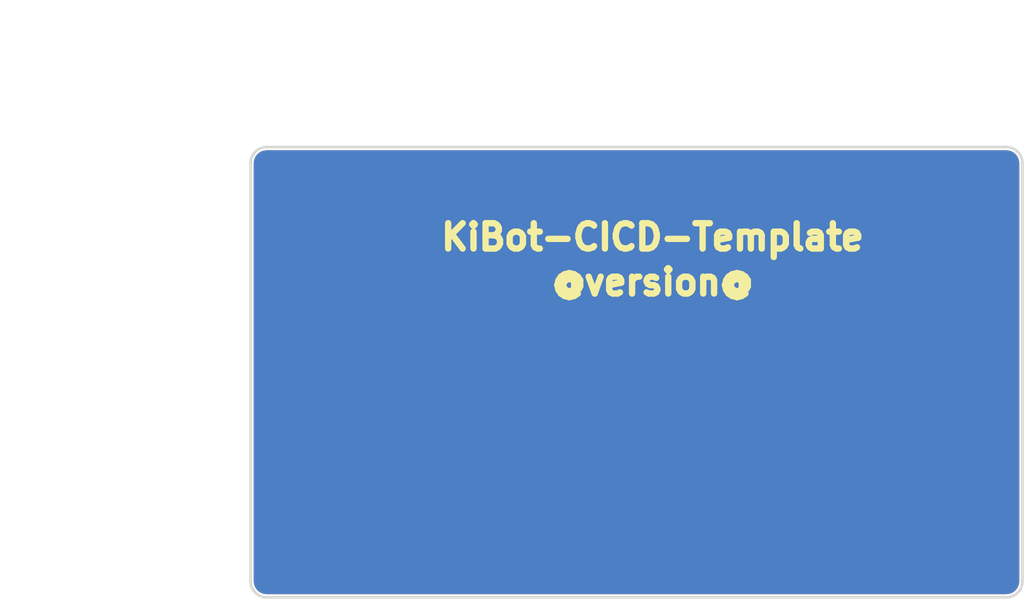
<source format=kicad_pcb>
(kicad_pcb (version 20211014) (generator pcbnew)

  (general
    (thickness 0.8)
  )

  (paper "A4")
  (title_block
    (title "KiBot-CICD-Template")
    (date "@date@")
    (rev "@version@")
    (company "nerdyscout")
    (comment 4 "CERN Open Hardware Licence v2.0")
  )

  (layers
    (0 "F.Cu" mixed)
    (1 "In1.Cu" signal)
    (2 "In2.Cu" signal)
    (31 "B.Cu" mixed)
    (32 "B.Adhes" user "B.Adhesive")
    (33 "F.Adhes" user "F.Adhesive")
    (34 "B.Paste" user)
    (35 "F.Paste" user)
    (36 "B.SilkS" user "B.Silkscreen")
    (37 "F.SilkS" user "F.Silkscreen")
    (38 "B.Mask" user)
    (39 "F.Mask" user)
    (40 "Dwgs.User" user "User.Drawings")
    (41 "Cmts.User" user "User.Comments")
    (42 "Eco1.User" user "User.Eco1")
    (43 "Eco2.User" user "User.Eco2")
    (44 "Edge.Cuts" user)
    (45 "Margin" user)
    (46 "B.CrtYd" user "B.Courtyard")
    (47 "F.CrtYd" user "F.Courtyard")
    (48 "B.Fab" user)
    (49 "F.Fab" user)
  )

  (setup
    (pad_to_mask_clearance 0)
    (aux_axis_origin 137.16 104.14)
    (grid_origin 137.16 104.14)
    (pcbplotparams
      (layerselection 0x00010fc_ffffffff)
      (disableapertmacros false)
      (usegerberextensions false)
      (usegerberattributes false)
      (usegerberadvancedattributes false)
      (creategerberjobfile false)
      (svguseinch false)
      (svgprecision 6)
      (excludeedgelayer true)
      (plotframeref false)
      (viasonmask false)
      (mode 1)
      (useauxorigin false)
      (hpglpennumber 1)
      (hpglpenspeed 20)
      (hpglpendiameter 15.000000)
      (dxfpolygonmode true)
      (dxfimperialunits true)
      (dxfusepcbnewfont true)
      (psnegative false)
      (psa4output false)
      (plotreference true)
      (plotvalue true)
      (plotinvisibletext false)
      (sketchpadsonfab false)
      (subtractmaskfromsilk false)
      (outputformat 1)
      (mirror false)
      (drillshape 0)
      (scaleselection 1)
      (outputdirectory "gerbers")
    )
  )

  (net 0 "")

  (gr_arc (start 137.794999 104.139999) (mid 137.609012 104.589012) (end 137.159999 104.774999) (layer "Edge.Cuts") (width 0.1) (tstamp 00000000-0000-0000-0000-00005e4043c3))
  (gr_arc (start 137.159999 86.994999) (mid 137.609012 87.180986) (end 137.794999 87.629999) (layer "Edge.Cuts") (width 0.1) (tstamp 00000000-0000-0000-0000-00005e4043c6))
  (gr_arc (start 107.314999 87.629999) (mid 107.500986 87.180986) (end 107.949999 86.994999) (layer "Edge.Cuts") (width 0.1) (tstamp 00000000-0000-0000-0000-00005e4043c9))
  (gr_line (start 137.794999 104.139999) (end 137.794999 87.629999) (layer "Edge.Cuts") (width 0.1) (tstamp 00000000-0000-0000-0000-00005e4046f6))
  (gr_line (start 107.314999 87.629999) (end 107.314999 104.139999) (layer "Edge.Cuts") (width 0.1) (tstamp 00000000-0000-0000-0000-00005e404768))
  (gr_arc (start 107.949999 104.774999) (mid 107.500986 104.589012) (end 107.314999 104.139999) (layer "Edge.Cuts") (width 0.1) (tstamp 00000000-0000-0000-0000-00005e4048f9))
  (gr_line (start 137.159999 104.774999) (end 107.949999 104.774999) (layer "Edge.Cuts") (width 0.1) (tstamp 00000000-0000-0000-0000-00005e750007))
  (gr_line (start 107.949999 86.994999) (end 137.159999 86.994999) (layer "Edge.Cuts") (width 0.1) (tstamp 00000000-0000-0000-0000-00005e750586))
  (gr_text "@version@" (at 123.189999 92.328999) (layer "F.SilkS") (tstamp 00000000-0000-0000-0000-0000604c9ab3)
    (effects (font (size 1 1) (thickness 0.25)))
  )
  (gr_text "KiBot-CICD-Template" (at 123.189999 90.550999) (layer "F.SilkS") (tstamp 00000000-0000-0000-0000-000061a68596)
    (effects (font (size 1 1) (thickness 0.25)))
  )
  (dimension (type aligned) (layer "Dwgs.User") (tstamp 97fe2a5c-4eee-4c7a-9c43-47749b396494)
    (pts (xy 108.584999 86.994999) (xy 108.584999 104.774999))
    (height 5.08)
    (gr_text "17.7800 mm" (at 102.354999 95.884999 90) (layer "Dwgs.User") (tstamp 97fe2a5c-4eee-4c7a-9c43-47749b396494)
      (effects (font (size 1 1) (thickness 0.15)))
    )
    (format (units 2) (units_format 1) (precision 4))
    (style (thickness 0.15) (arrow_length 1.27) (text_position_mode 0) (extension_height 0.58642) (extension_offset 0) keep_text_aligned)
  )
  (dimension (type aligned) (layer "Dwgs.User") (tstamp c3c499b1-9227-4e4b-9982-f9f1aa6203b9)
    (pts (xy 107.314999 88.264999) (xy 137.794999 88.264999))
    (height -5.08)
    (gr_text "30.4800 mm" (at 122.554999 82.034999) (layer "Dwgs.User") (tstamp c3c499b1-9227-4e4b-9982-f9f1aa6203b9)
      (effects (font (size 1 1) (thickness 0.15)))
    )
    (format (units 2) (units_format 1) (precision 4))
    (style (thickness 0.15) (arrow_length 1.27) (text_position_mode 0) (extension_height 0.58642) (extension_offset 0) keep_text_aligned)
  )

  (zone (net 0) (net_name "") (layer "F.Cu") (tstamp 00000000-0000-0000-0000-0000604fd022) (hatch edge 0.508)
    (connect_pads (clearance 0.125))
    (min_thickness 0.125) (filled_areas_thickness no)
    (fill yes (thermal_gap 0.2) (thermal_bridge_width 0.3))
    (polygon
      (pts
        (xy 107.314999 86.994999)
        (xy 107.314999 104.774999)
        (xy 137.794999 104.774999)
        (xy 137.794999 86.994999)
      )
    )
    (filled_polygon
      (layer "F.Cu")
      (island)
      (pts
        (xy 137.151362 87.122095)
        (xy 137.152176 87.122313)
        (xy 137.152177 87.122313)
        (xy 137.159999 87.124409)
        (xy 137.16782 87.122313)
        (xy 137.175919 87.122313)
        (xy 137.175919 87.123152)
        (xy 137.18315 87.122607)
        (xy 137.260062 87.131274)
        (xy 137.266598 87.13201)
        (xy 137.280024 87.135074)
        (xy 137.374738 87.168216)
        (xy 137.387146 87.174191)
        (xy 137.472113 87.227579)
        (xy 137.48288 87.236166)
        (xy 137.553832 87.307118)
        (xy 137.562419 87.317885)
        (xy 137.615807 87.402852)
        (xy 137.621782 87.41526)
        (xy 137.654924 87.509974)
        (xy 137.657988 87.5234)
        (xy 137.667391 87.606847)
        (xy 137.666846 87.614079)
        (xy 137.667685 87.614079)
        (xy 137.667685 87.622178)
        (xy 137.665589 87.629999)
        (xy 137.667685 87.637821)
        (xy 137.667685 87.637822)
        (xy 137.667903 87.638636)
        (xy 137.669999 87.654553)
        (xy 137.669999 104.115445)
        (xy 137.667903 104.131362)
        (xy 137.665589 104.139999)
        (xy 137.667685 104.14782)
        (xy 137.667685 104.155919)
        (xy 137.666846 104.155919)
        (xy 137.667391 104.163151)
        (xy 137.657988 104.246598)
        (xy 137.654924 104.260024)
        (xy 137.621782 104.354738)
        (xy 137.615807 104.367146)
        (xy 137.562419 104.452113)
        (xy 137.553832 104.46288)
        (xy 137.48288 104.533832)
        (xy 137.472113 104.542419)
        (xy 137.387146 104.595807)
        (xy 137.374738 104.601782)
        (xy 137.280024 104.634924)
        (xy 137.266598 104.637988)
        (xy 137.18315 104.647391)
        (xy 137.175919 104.646846)
        (xy 137.175919 104.647685)
        (xy 137.16782 104.647685)
        (xy 137.159999 104.645589)
        (xy 137.152177 104.647685)
        (xy 137.152176 104.647685)
        (xy 137.151362 104.647903)
        (xy 137.135445 104.649999)
        (xy 107.974553 104.649999)
        (xy 107.958636 104.647903)
        (xy 107.957822 104.647685)
        (xy 107.957821 104.647685)
        (xy 107.949999 104.645589)
        (xy 107.942178 104.647685)
        (xy 107.934079 104.647685)
        (xy 107.934079 104.646846)
        (xy 107.926848 104.647391)
        (xy 107.8434 104.637988)
        (xy 107.829974 104.634924)
        (xy 107.73526 104.601782)
        (xy 107.722852 104.595807)
        (xy 107.637885 104.542419)
        (xy 107.627118 104.533832)
        (xy 107.556166 104.46288)
        (xy 107.547579 104.452113)
        (xy 107.494191 104.367146)
        (xy 107.488216 104.354738)
        (xy 107.455074 104.260024)
        (xy 107.45201 104.246598)
        (xy 107.442607 104.163151)
        (xy 107.443152 104.155919)
        (xy 107.442313 104.155919)
        (xy 107.442313 104.14782)
        (xy 107.444409 104.139999)
        (xy 107.442095 104.131362)
        (xy 107.439999 104.115445)
        (xy 107.439999 87.654553)
        (xy 107.442095 87.638636)
        (xy 107.442313 87.637822)
        (xy 107.442313 87.637821)
        (xy 107.444409 87.629999)
        (xy 107.442313 87.622178)
        (xy 107.442313 87.614079)
        (xy 107.443152 87.614079)
        (xy 107.442607 87.606847)
        (xy 107.45201 87.5234)
        (xy 107.455074 87.509974)
        (xy 107.488216 87.41526)
        (xy 107.494191 87.402852)
        (xy 107.547579 87.317885)
        (xy 107.556166 87.307118)
        (xy 107.627118 87.236166)
        (xy 107.637885 87.227579)
        (xy 107.722852 87.174191)
        (xy 107.73526 87.168216)
        (xy 107.829974 87.135074)
        (xy 107.8434 87.13201)
        (xy 107.849936 87.131274)
        (xy 107.926848 87.122607)
        (xy 107.934079 87.123152)
        (xy 107.934079 87.122313)
        (xy 107.942178 87.122313)
        (xy 107.949999 87.124409)
        (xy 107.957821 87.122313)
        (xy 107.957822 87.122313)
        (xy 107.958636 87.122095)
        (xy 107.974553 87.119999)
        (xy 137.135445 87.119999)
      )
    )
  )
  (zone (net 0) (net_name "") (layer "In1.Cu") (tstamp 443bc73a-8dc0-4e2f-a292-a5eff00efa5b) (hatch edge 0.508)
    (connect_pads (clearance 0.125))
    (min_thickness 0.254) (filled_areas_thickness no)
    (fill yes (thermal_gap 0.508) (thermal_bridge_width 0.508))
    (polygon
      (pts
        (xy 107.314999 86.994999)
        (xy 137.794999 86.994999)
        (xy 137.794999 104.774999)
        (xy 107.314999 104.774999)
      )
    )
    (filled_polygon
      (layer "In1.Cu")
      (island)
      (pts
        (xy 137.127835 87.120115)
        (xy 137.143974 87.120115)
        (xy 137.159999 87.124409)
        (xy 137.16635 87.122707)
        (xy 137.171265 87.12415)
        (xy 137.171586 87.121304)
        (xy 137.196843 87.12415)
        (xy 137.259381 87.131197)
        (xy 137.286887 87.137476)
        (xy 137.367879 87.165816)
        (xy 137.3933 87.178058)
        (xy 137.46596 87.223713)
        (xy 137.488019 87.241305)
        (xy 137.548693 87.301979)
        (xy 137.566285 87.324038)
        (xy 137.61194 87.396698)
        (xy 137.624182 87.422119)
        (xy 137.652522 87.503111)
        (xy 137.658801 87.530617)
        (xy 137.668694 87.618412)
        (xy 137.666063 87.618708)
        (xy 137.667361 87.623387)
        (xy 137.665589 87.629999)
        (xy 137.669883 87.646024)
        (xy 137.669883 87.662163)
        (xy 137.669999 87.663044)
        (xy 137.669999 104.106954)
        (xy 137.669883 104.107835)
        (xy 137.669883 104.123974)
        (xy 137.665589 104.139999)
        (xy 137.667291 104.14635)
        (xy 137.665848 104.151265)
        (xy 137.668694 104.151586)
        (xy 137.658801 104.239381)
        (xy 137.652522 104.266887)
        (xy 137.624182 104.347879)
        (xy 137.61194 104.3733)
        (xy 137.566285 104.44596)
        (xy 137.548693 104.468019)
        (xy 137.488019 104.528693)
        (xy 137.46596 104.546285)
        (xy 137.3933 104.59194)
        (xy 137.367879 104.604182)
        (xy 137.286887 104.632522)
        (xy 137.259381 104.638801)
        (xy 137.200797 104.645402)
        (xy 137.171586 104.648694)
        (xy 137.17129 104.646063)
        (xy 137.166611 104.647361)
        (xy 137.159999 104.645589)
        (xy 137.143974 104.649883)
        (xy 137.127835 104.649883)
        (xy 137.126954 104.649999)
        (xy 107.983044 104.649999)
        (xy 107.982163 104.649883)
        (xy 107.966024 104.649883)
        (xy 107.949999 104.645589)
        (xy 107.943648 104.647291)
        (xy 107.938733 104.645848)
        (xy 107.938412 104.648694)
        (xy 107.909201 104.645402)
        (xy 107.850617 104.638801)
        (xy 107.823111 104.632522)
        (xy 107.742119 104.604182)
        (xy 107.716698 104.59194)
        (xy 107.644038 104.546285)
        (xy 107.621979 104.528693)
        (xy 107.561305 104.468019)
        (xy 107.543713 104.44596)
        (xy 107.498058 104.3733)
        (xy 107.485816 104.347879)
        (xy 107.457476 104.266887)
        (xy 107.451197 104.239381)
        (xy 107.441304 104.151586)
        (xy 107.443935 104.15129)
        (xy 107.442637 104.146611)
        (xy 107.444409 104.139999)
        (xy 107.440115 104.123974)
        (xy 107.440115 104.107835)
        (xy 107.439999 104.106954)
        (xy 107.439999 87.663044)
        (xy 107.440115 87.662163)
        (xy 107.440115 87.646024)
        (xy 107.444409 87.629999)
        (xy 107.442707 87.623648)
        (xy 107.44415 87.618733)
        (xy 107.441304 87.618412)
        (xy 107.451197 87.530617)
        (xy 107.457476 87.503111)
        (xy 107.485816 87.422119)
        (xy 107.498058 87.396698)
        (xy 107.543713 87.324038)
        (xy 107.561305 87.301979)
        (xy 107.621979 87.241305)
        (xy 107.644038 87.223713)
        (xy 107.716698 87.178058)
        (xy 107.742119 87.165816)
        (xy 107.823111 87.137476)
        (xy 107.850617 87.131197)
        (xy 107.913155 87.12415)
        (xy 107.938412 87.121304)
        (xy 107.938708 87.123935)
        (xy 107.943387 87.122637)
        (xy 107.949999 87.124409)
        (xy 107.966024 87.120115)
        (xy 107.982163 87.120115)
        (xy 107.983044 87.119999)
        (xy 137.126954 87.119999)
      )
    )
  )
  (zone (net 0) (net_name "") (layer "In2.Cu") (tstamp a25b7e01-1754-4cc9-8a14-3d9c461e5af5) (hatch edge 0.508)
    (connect_pads (clearance 0.125))
    (min_thickness 0.254) (filled_areas_thickness no)
    (fill yes (thermal_gap 0.508) (thermal_bridge_width 0.508))
    (polygon
      (pts
        (xy 107.314999 86.994999)
        (xy 137.794999 86.994999)
        (xy 137.794999 104.774999)
        (xy 107.314999 104.774999)
      )
    )
    (filled_polygon
      (layer "In2.Cu")
      (island)
      (pts
        (xy 137.127835 87.120115)
        (xy 137.143974 87.120115)
        (xy 137.159999 87.124409)
        (xy 137.16635 87.122707)
        (xy 137.171265 87.12415)
        (xy 137.171586 87.121304)
        (xy 137.196843 87.12415)
        (xy 137.259381 87.131197)
        (xy 137.286887 87.137476)
        (xy 137.367879 87.165816)
        (xy 137.3933 87.178058)
        (xy 137.46596 87.223713)
        (xy 137.488019 87.241305)
        (xy 137.548693 87.301979)
        (xy 137.566285 87.324038)
        (xy 137.61194 87.396698)
        (xy 137.624182 87.422119)
        (xy 137.652522 87.503111)
        (xy 137.658801 87.530617)
        (xy 137.668694 87.618412)
        (xy 137.666063 87.618708)
        (xy 137.667361 87.623387)
        (xy 137.665589 87.629999)
        (xy 137.669883 87.646024)
        (xy 137.669883 87.662163)
        (xy 137.669999 87.663044)
        (xy 137.669999 104.106954)
        (xy 137.669883 104.107835)
        (xy 137.669883 104.123974)
        (xy 137.665589 104.139999)
        (xy 137.667291 104.14635)
        (xy 137.665848 104.151265)
        (xy 137.668694 104.151586)
        (xy 137.658801 104.239381)
        (xy 137.652522 104.266887)
        (xy 137.624182 104.347879)
        (xy 137.61194 104.3733)
        (xy 137.566285 104.44596)
        (xy 137.548693 104.468019)
        (xy 137.488019 104.528693)
        (xy 137.46596 104.546285)
        (xy 137.3933 104.59194)
        (xy 137.367879 104.604182)
        (xy 137.286887 104.632522)
        (xy 137.259381 104.638801)
        (xy 137.200797 104.645402)
        (xy 137.171586 104.648694)
        (xy 137.17129 104.646063)
        (xy 137.166611 104.647361)
        (xy 137.159999 104.645589)
        (xy 137.143974 104.649883)
        (xy 137.127835 104.649883)
        (xy 137.126954 104.649999)
        (xy 107.983044 104.649999)
        (xy 107.982163 104.649883)
        (xy 107.966024 104.649883)
        (xy 107.949999 104.645589)
        (xy 107.943648 104.647291)
        (xy 107.938733 104.645848)
        (xy 107.938412 104.648694)
        (xy 107.909201 104.645402)
        (xy 107.850617 104.638801)
        (xy 107.823111 104.632522)
        (xy 107.742119 104.604182)
        (xy 107.716698 104.59194)
        (xy 107.644038 104.546285)
        (xy 107.621979 104.528693)
        (xy 107.561305 104.468019)
        (xy 107.543713 104.44596)
        (xy 107.498058 104.3733)
        (xy 107.485816 104.347879)
        (xy 107.457476 104.266887)
        (xy 107.451197 104.239381)
        (xy 107.441304 104.151586)
        (xy 107.443935 104.15129)
        (xy 107.442637 104.146611)
        (xy 107.444409 104.139999)
        (xy 107.440115 104.123974)
        (xy 107.440115 104.107835)
        (xy 107.439999 104.106954)
        (xy 107.439999 87.663044)
        (xy 107.440115 87.662163)
        (xy 107.440115 87.646024)
        (xy 107.444409 87.629999)
        (xy 107.442707 87.623648)
        (xy 107.44415 87.618733)
        (xy 107.441304 87.618412)
        (xy 107.451197 87.530617)
        (xy 107.457476 87.503111)
        (xy 107.485816 87.422119)
        (xy 107.498058 87.396698)
        (xy 107.543713 87.324038)
        (xy 107.561305 87.301979)
        (xy 107.621979 87.241305)
        (xy 107.644038 87.223713)
        (xy 107.716698 87.178058)
        (xy 107.742119 87.165816)
        (xy 107.823111 87.137476)
        (xy 107.850617 87.131197)
        (xy 107.913155 87.12415)
        (xy 107.938412 87.121304)
        (xy 107.938708 87.123935)
        (xy 107.943387 87.122637)
        (xy 107.949999 87.124409)
        (xy 107.966024 87.120115)
        (xy 107.982163 87.120115)
        (xy 107.983044 87.119999)
        (xy 137.126954 87.119999)
      )
    )
  )
  (zone (net 0) (net_name "") (layer "B.Cu") (tstamp 00000000-0000-0000-0000-0000604fd025) (hatch edge 0.508)
    (connect_pads (clearance 0.125))
    (min_thickness 0.125) (filled_areas_thickness no)
    (fill yes (thermal_gap 0.2) (thermal_bridge_width 0.3))
    (polygon
      (pts
        (xy 107.314999 86.994999)
        (xy 107.314999 104.774999)
        (xy 137.794999 104.774999)
        (xy 137.794999 86.994999)
      )
    )
    (filled_polygon
      (layer "B.Cu")
      (island)
      (pts
        (xy 137.151362 87.122095)
        (xy 137.152176 87.122313)
        (xy 137.152177 87.122313)
        (xy 137.159999 87.124409)
        (xy 137.16782 87.122313)
        (xy 137.175919 87.122313)
        (xy 137.175919 87.123152)
        (xy 137.18315 87.122607)
        (xy 137.260062 87.131274)
        (xy 137.266598 87.13201)
        (xy 137.280024 87.135074)
        (xy 137.374738 87.168216)
        (xy 137.387146 87.174191)
        (xy 137.472113 87.227579)
        (xy 137.48288 87.236166)
        (xy 137.553832 87.307118)
        (xy 137.562419 87.317885)
        (xy 137.615807 87.402852)
        (xy 137.621782 87.41526)
        (xy 137.654924 87.509974)
        (xy 137.657988 87.5234)
        (xy 137.667391 87.606847)
        (xy 137.666846 87.614079)
        (xy 137.667685 87.614079)
        (xy 137.667685 87.622178)
        (xy 137.665589 87.629999)
        (xy 137.667685 87.637821)
        (xy 137.667685 87.637822)
        (xy 137.667903 87.638636)
        (xy 137.669999 87.654553)
        (xy 137.669999 104.115445)
        (xy 137.667903 104.131362)
        (xy 137.665589 104.139999)
        (xy 137.667685 104.14782)
        (xy 137.667685 104.155919)
        (xy 137.666846 104.155919)
        (xy 137.667391 104.163151)
        (xy 137.657988 104.246598)
        (xy 137.654924 104.260024)
        (xy 137.621782 104.354738)
        (xy 137.615807 104.367146)
        (xy 137.562419 104.452113)
        (xy 137.553832 104.46288)
        (xy 137.48288 104.533832)
        (xy 137.472113 104.542419)
        (xy 137.387146 104.595807)
        (xy 137.374738 104.601782)
        (xy 137.280024 104.634924)
        (xy 137.266598 104.637988)
        (xy 137.18315 104.647391)
        (xy 137.175919 104.646846)
        (xy 137.175919 104.647685)
        (xy 137.16782 104.647685)
        (xy 137.159999 104.645589)
        (xy 137.152177 104.647685)
        (xy 137.152176 104.647685)
        (xy 137.151362 104.647903)
        (xy 137.135445 104.649999)
        (xy 107.974553 104.649999)
        (xy 107.958636 104.647903)
        (xy 107.957822 104.647685)
        (xy 107.957821 104.647685)
        (xy 107.949999 104.645589)
        (xy 107.942178 104.647685)
        (xy 107.934079 104.647685)
        (xy 107.934079 104.646846)
        (xy 107.926848 104.647391)
        (xy 107.8434 104.637988)
        (xy 107.829974 104.634924)
        (xy 107.73526 104.601782)
        (xy 107.722852 104.595807)
        (xy 107.637885 104.542419)
        (xy 107.627118 104.533832)
        (xy 107.556166 104.46288)
        (xy 107.547579 104.452113)
        (xy 107.494191 104.367146)
        (xy 107.488216 104.354738)
        (xy 107.455074 104.260024)
        (xy 107.45201 104.246598)
        (xy 107.442607 104.163151)
        (xy 107.443152 104.155919)
        (xy 107.442313 104.155919)
        (xy 107.442313 104.14782)
        (xy 107.444409 104.139999)
        (xy 107.442095 104.131362)
        (xy 107.439999 104.115445)
        (xy 107.439999 87.654553)
        (xy 107.442095 87.638636)
        (xy 107.442313 87.637822)
        (xy 107.442313 87.637821)
        (xy 107.444409 87.629999)
        (xy 107.442313 87.622178)
        (xy 107.442313 87.614079)
        (xy 107.443152 87.614079)
        (xy 107.442607 87.606847)
        (xy 107.45201 87.5234)
        (xy 107.455074 87.509974)
        (xy 107.488216 87.41526)
        (xy 107.494191 87.402852)
        (xy 107.547579 87.317885)
        (xy 107.556166 87.307118)
        (xy 107.627118 87.236166)
        (xy 107.637885 87.227579)
        (xy 107.722852 87.174191)
        (xy 107.73526 87.168216)
        (xy 107.829974 87.135074)
        (xy 107.8434 87.13201)
        (xy 107.849936 87.131274)
        (xy 107.926848 87.122607)
        (xy 107.934079 87.123152)
        (xy 107.934079 87.122313)
        (xy 107.942178 87.122313)
        (xy 107.949999 87.124409)
        (xy 107.957821 87.122313)
        (xy 107.957822 87.122313)
        (xy 107.958636 87.122095)
        (xy 107.974553 87.119999)
        (xy 137.135445 87.119999)
      )
    )
  )
)

</source>
